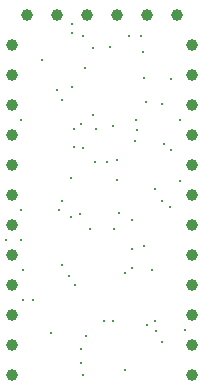
<source format=gbr>
%TF.GenerationSoftware,KiCad,Pcbnew,5.1.6+dfsg1-1~bpo10+1*%
%TF.CreationDate,2020-07-08T21:11:22+00:00*%
%TF.ProjectId,ProMicro_UART,50726f4d-6963-4726-9f5f-554152542e6b,v2*%
%TF.SameCoordinates,Original*%
%TF.FileFunction,Plated,1,2,PTH,Drill*%
%TF.FilePolarity,Positive*%
%FSLAX46Y46*%
G04 Gerber Fmt 4.6, Leading zero omitted, Abs format (unit mm)*
G04 Created by KiCad (PCBNEW 5.1.6+dfsg1-1~bpo10+1) date 2020-07-08 21:11:22*
%MOMM*%
%LPD*%
G01*
G04 APERTURE LIST*
%TA.AperFunction,ViaDrill*%
%ADD10C,0.200000*%
%TD*%
%TA.AperFunction,ComponentDrill*%
%ADD11C,1.000000*%
%TD*%
G04 APERTURE END LIST*
D10*
X-15748000Y11430000D03*
X-14478000Y21590000D03*
X-14478000Y13970000D03*
X-14478000Y11430000D03*
X-14351000Y8890000D03*
X-14351000Y6350000D03*
X-13445056Y6350000D03*
X-12700000Y26670000D03*
X-11938000Y3556000D03*
X-11430000Y24130000D03*
X-11303000Y13970000D03*
X-11049000Y14732000D03*
X-11049000Y9271000D03*
X-10979990Y23249459D03*
X-10414004Y8382000D03*
X-10287000Y16637000D03*
X-10287000Y13335000D03*
X-10160000Y29718000D03*
X-10160000Y28956000D03*
X-10160000Y24384000D03*
X-10033002Y20828000D03*
X-10033000Y19304000D03*
X-9906000Y7620000D03*
X-9525000Y13589000D03*
X-9398000Y21209000D03*
X-9398000Y2159000D03*
X-9398000Y1016000D03*
X-9271000Y28702000D03*
X-9271000Y19177000D03*
X-9271000Y0D03*
X-9045361Y26007546D03*
X-9017000Y3302000D03*
X-8636000Y12319000D03*
X-8382000Y21971000D03*
X-8381988Y27686000D03*
X-8255000Y18033992D03*
X-8128000Y20828000D03*
X-7493000Y4572000D03*
X-7239000Y18033946D03*
X-6985000Y27749500D03*
X-6731000Y21082000D03*
X-6731000Y4572000D03*
X-6604000Y12319000D03*
X-6350000Y18161000D03*
X-6350000Y16510000D03*
X-6223000Y13716000D03*
X-5715000Y8636000D03*
X-5651500Y381000D03*
X-5334000Y28702000D03*
X-5115042Y13081004D03*
X-5105008Y9017000D03*
X-5080000Y10668000D03*
X-4826000Y19812000D03*
X-4738082Y21547990D03*
X-4699000Y20701000D03*
X-4318000Y28702000D03*
X-4191000Y27368500D03*
X-4064000Y25146000D03*
X-4064000Y10922000D03*
X-3937000Y23114000D03*
X-3810000Y4191000D03*
X-3429000Y8890000D03*
X-3175000Y15748000D03*
X-3175000Y4572000D03*
X-3047996Y3683000D03*
X-2540000Y22961600D03*
X-2540000Y14732000D03*
X-2540000Y2794000D03*
X-2345020Y19558000D03*
X-1905012Y14224000D03*
X-1778000Y19050000D03*
X-1752500Y25044500D03*
X-1016000Y21590000D03*
X-1016000Y16383008D03*
X-635000Y3810000D03*
D11*
%TO.C,J2*%
X-13970000Y30480000D03*
X-11430000Y30480000D03*
X-8890000Y30480000D03*
X-6350000Y30480000D03*
X-3810000Y30480000D03*
X-1270000Y30480000D03*
%TO.C,A1*%
X-15240000Y27940000D03*
X-15240000Y25400000D03*
X-15240000Y22860000D03*
X-15240000Y20320000D03*
X-15240000Y17780000D03*
X-15240000Y15240000D03*
X-15240000Y12700000D03*
X-15240000Y10160000D03*
X-15240000Y7620000D03*
X-15240000Y5080000D03*
X-15240000Y2540000D03*
X-15240000Y0D03*
X0Y27940000D03*
X0Y25400000D03*
X0Y22860000D03*
X0Y20320000D03*
X0Y17780000D03*
X0Y15240000D03*
X0Y12700000D03*
X0Y10160000D03*
X0Y7620000D03*
X0Y5080000D03*
X0Y2540000D03*
X0Y0D03*
M02*

</source>
